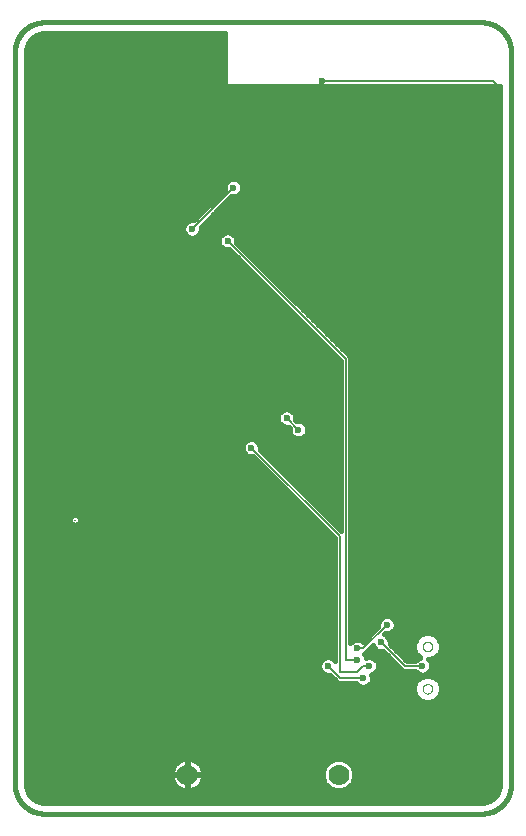
<source format=gbl>
G75*
%MOIN*%
%OFA0B0*%
%FSLAX25Y25*%
%IPPOS*%
%LPD*%
%AMOC8*
5,1,8,0,0,1.08239X$1,22.5*
%
%ADD10C,0.01600*%
%ADD11C,0.00000*%
%ADD12C,0.07000*%
%ADD13C,0.00500*%
%ADD14C,0.02362*%
D10*
X0009962Y0011537D02*
X0008808Y0013125D01*
X0008202Y0014992D01*
X0008124Y0015973D01*
X0008124Y0260068D01*
X0008202Y0261049D01*
X0008808Y0262916D01*
X0009962Y0264504D01*
X0011550Y0265658D01*
X0013417Y0266264D01*
X0014398Y0266342D01*
X0074635Y0266342D01*
X0074635Y0248650D01*
X0166342Y0248650D01*
X0166342Y0015973D01*
X0166264Y0014992D01*
X0165658Y0013125D01*
X0164504Y0011537D01*
X0162916Y0010383D01*
X0161049Y0009776D01*
X0160068Y0009699D01*
X0014398Y0009699D01*
X0013417Y0009776D01*
X0011550Y0010383D01*
X0009962Y0011537D01*
X0010802Y0010926D02*
X0163664Y0010926D01*
X0165222Y0012525D02*
X0009244Y0012525D01*
X0008484Y0014123D02*
X0060272Y0014123D01*
X0060002Y0014211D02*
X0060795Y0013953D01*
X0061619Y0013823D01*
X0061836Y0013823D01*
X0061836Y0018923D01*
X0056736Y0018923D01*
X0056736Y0018706D01*
X0056867Y0017882D01*
X0057125Y0017088D01*
X0057503Y0016345D01*
X0057994Y0015670D01*
X0058584Y0015080D01*
X0059258Y0014590D01*
X0060002Y0014211D01*
X0061836Y0014123D02*
X0062236Y0014123D01*
X0062236Y0013823D02*
X0062453Y0013823D01*
X0063277Y0013953D01*
X0064071Y0014211D01*
X0064814Y0014590D01*
X0065489Y0015080D01*
X0066079Y0015670D01*
X0066569Y0016345D01*
X0066948Y0017088D01*
X0067206Y0017882D01*
X0067336Y0018706D01*
X0067336Y0018923D01*
X0062236Y0018923D01*
X0062236Y0013823D01*
X0063800Y0014123D02*
X0110908Y0014123D01*
X0111395Y0013921D02*
X0113465Y0013921D01*
X0115376Y0014713D01*
X0116840Y0016176D01*
X0117631Y0018088D01*
X0117631Y0020157D01*
X0116840Y0022069D01*
X0115376Y0023533D01*
X0113465Y0024324D01*
X0111395Y0024324D01*
X0109483Y0023533D01*
X0108020Y0022069D01*
X0107228Y0020157D01*
X0107228Y0018088D01*
X0108020Y0016176D01*
X0109483Y0014713D01*
X0111395Y0013921D01*
X0113952Y0014123D02*
X0165982Y0014123D01*
X0166322Y0015722D02*
X0116385Y0015722D01*
X0117313Y0017320D02*
X0166342Y0017320D01*
X0166342Y0018919D02*
X0117631Y0018919D01*
X0117482Y0020517D02*
X0166342Y0020517D01*
X0166342Y0022116D02*
X0116793Y0022116D01*
X0114937Y0023714D02*
X0166342Y0023714D01*
X0166342Y0025313D02*
X0008124Y0025313D01*
X0008124Y0026911D02*
X0166342Y0026911D01*
X0166342Y0028510D02*
X0008124Y0028510D01*
X0008124Y0030108D02*
X0166342Y0030108D01*
X0166342Y0031707D02*
X0008124Y0031707D01*
X0008124Y0033305D02*
X0166342Y0033305D01*
X0166342Y0034904D02*
X0008124Y0034904D01*
X0008124Y0036502D02*
X0166342Y0036502D01*
X0166342Y0038101D02*
X0008124Y0038101D01*
X0008124Y0039699D02*
X0166342Y0039699D01*
X0166342Y0041298D02*
X0008124Y0041298D01*
X0008124Y0042896D02*
X0166342Y0042896D01*
X0166342Y0044495D02*
X0144968Y0044495D01*
X0144536Y0044063D02*
X0145758Y0045285D01*
X0146419Y0046881D01*
X0146419Y0048609D01*
X0145758Y0050205D01*
X0144536Y0051427D01*
X0142940Y0052088D01*
X0141212Y0052088D01*
X0139615Y0051427D01*
X0138394Y0050205D01*
X0137732Y0048609D01*
X0137732Y0046881D01*
X0138394Y0045285D01*
X0139615Y0044063D01*
X0141212Y0043402D01*
X0142940Y0043402D01*
X0144536Y0044063D01*
X0146093Y0046093D02*
X0166342Y0046093D01*
X0166342Y0047692D02*
X0146419Y0047692D01*
X0146137Y0049291D02*
X0166342Y0049291D01*
X0166342Y0050889D02*
X0145074Y0050889D01*
X0142826Y0053710D02*
X0143265Y0054770D01*
X0143265Y0055917D01*
X0142826Y0056976D01*
X0142228Y0057575D01*
X0142940Y0057575D01*
X0144536Y0058236D01*
X0145758Y0059458D01*
X0146419Y0061054D01*
X0146419Y0062782D01*
X0145758Y0064378D01*
X0144536Y0065600D01*
X0142940Y0066261D01*
X0141212Y0066261D01*
X0139615Y0065600D01*
X0138394Y0064378D01*
X0137732Y0062782D01*
X0137732Y0061054D01*
X0138394Y0059458D01*
X0139615Y0058236D01*
X0139724Y0058191D01*
X0138750Y0057787D01*
X0137939Y0056976D01*
X0137905Y0056893D01*
X0135119Y0056893D01*
X0129451Y0062561D01*
X0129486Y0062644D01*
X0129486Y0063791D01*
X0129047Y0064850D01*
X0128236Y0065661D01*
X0127576Y0065935D01*
X0127915Y0066275D01*
X0127998Y0066240D01*
X0129145Y0066240D01*
X0130205Y0066679D01*
X0131015Y0067490D01*
X0131454Y0068549D01*
X0131454Y0069696D01*
X0131015Y0070756D01*
X0130205Y0071567D01*
X0129145Y0072005D01*
X0127998Y0072005D01*
X0126939Y0071567D01*
X0126128Y0070756D01*
X0125689Y0069696D01*
X0125689Y0068549D01*
X0125723Y0068467D01*
X0120656Y0063399D01*
X0120362Y0063693D01*
X0119303Y0064131D01*
X0118156Y0064131D01*
X0117096Y0063693D01*
X0116342Y0062938D01*
X0116342Y0158348D01*
X0115434Y0159255D01*
X0078270Y0196419D01*
X0078305Y0196502D01*
X0078305Y0197649D01*
X0077866Y0198708D01*
X0077055Y0199519D01*
X0075995Y0199958D01*
X0074849Y0199958D01*
X0073789Y0199519D01*
X0072978Y0198708D01*
X0072539Y0197649D01*
X0072539Y0196502D01*
X0072978Y0195443D01*
X0073789Y0194632D01*
X0074849Y0194193D01*
X0075995Y0194193D01*
X0076078Y0194227D01*
X0113242Y0157063D01*
X0113242Y0100424D01*
X0086144Y0127522D01*
X0086179Y0127605D01*
X0086179Y0128751D01*
X0085740Y0129811D01*
X0084929Y0130622D01*
X0083869Y0131061D01*
X0082723Y0131061D01*
X0081663Y0130622D01*
X0080852Y0129811D01*
X0080413Y0128751D01*
X0080413Y0127605D01*
X0080852Y0126545D01*
X0081663Y0125734D01*
X0082723Y0125295D01*
X0083869Y0125295D01*
X0083952Y0125330D01*
X0111274Y0098008D01*
X0111274Y0057033D01*
X0110520Y0057787D01*
X0109460Y0058226D01*
X0108313Y0058226D01*
X0107254Y0057787D01*
X0106443Y0056976D01*
X0106004Y0055917D01*
X0106004Y0054770D01*
X0106443Y0053710D01*
X0107254Y0052899D01*
X0108313Y0052461D01*
X0109460Y0052461D01*
X0109543Y0052495D01*
X0111274Y0050764D01*
X0112182Y0049856D01*
X0118219Y0049856D01*
X0118254Y0049773D01*
X0119065Y0048962D01*
X0120124Y0048524D01*
X0121271Y0048524D01*
X0122331Y0048962D01*
X0123141Y0049773D01*
X0123580Y0050833D01*
X0123580Y0051980D01*
X0123360Y0052511D01*
X0124299Y0052899D01*
X0125110Y0053710D01*
X0125549Y0054770D01*
X0125549Y0055917D01*
X0125110Y0056976D01*
X0124299Y0057787D01*
X0123240Y0058226D01*
X0122093Y0058226D01*
X0121562Y0058006D01*
X0121173Y0058945D01*
X0120837Y0059280D01*
X0121173Y0059616D01*
X0121207Y0059699D01*
X0121340Y0059699D01*
X0122248Y0060607D01*
X0123886Y0062245D01*
X0124159Y0061584D01*
X0124970Y0060774D01*
X0126030Y0060335D01*
X0127177Y0060335D01*
X0127259Y0060369D01*
X0132927Y0054701D01*
X0133835Y0053793D01*
X0137905Y0053793D01*
X0137939Y0053710D01*
X0138750Y0052899D01*
X0139809Y0052461D01*
X0140956Y0052461D01*
X0142016Y0052899D01*
X0142826Y0053710D01*
X0142982Y0054086D02*
X0166342Y0054086D01*
X0166342Y0052488D02*
X0141021Y0052488D01*
X0139744Y0052488D02*
X0123370Y0052488D01*
X0123580Y0050889D02*
X0139077Y0050889D01*
X0138015Y0049291D02*
X0122659Y0049291D01*
X0118737Y0049291D02*
X0008124Y0049291D01*
X0008124Y0050889D02*
X0111149Y0050889D01*
X0109550Y0052488D02*
X0109525Y0052488D01*
X0108248Y0052488D02*
X0008124Y0052488D01*
X0008124Y0054086D02*
X0106287Y0054086D01*
X0106004Y0055685D02*
X0008124Y0055685D01*
X0008124Y0057283D02*
X0106750Y0057283D01*
X0111024Y0057283D02*
X0111274Y0057283D01*
X0111274Y0058882D02*
X0008124Y0058882D01*
X0008124Y0060480D02*
X0111274Y0060480D01*
X0111274Y0062079D02*
X0008124Y0062079D01*
X0008124Y0063677D02*
X0111274Y0063677D01*
X0111274Y0065276D02*
X0008124Y0065276D01*
X0008124Y0066874D02*
X0111274Y0066874D01*
X0111274Y0068473D02*
X0008124Y0068473D01*
X0008124Y0070071D02*
X0111274Y0070071D01*
X0111274Y0071670D02*
X0008124Y0071670D01*
X0008124Y0073268D02*
X0111274Y0073268D01*
X0111274Y0074867D02*
X0008124Y0074867D01*
X0008124Y0076465D02*
X0111274Y0076465D01*
X0111274Y0078064D02*
X0008124Y0078064D01*
X0008124Y0079662D02*
X0111274Y0079662D01*
X0111274Y0081261D02*
X0008124Y0081261D01*
X0008124Y0082859D02*
X0111274Y0082859D01*
X0111274Y0084458D02*
X0008124Y0084458D01*
X0008124Y0086056D02*
X0111274Y0086056D01*
X0111274Y0087655D02*
X0008124Y0087655D01*
X0008124Y0089253D02*
X0111274Y0089253D01*
X0111274Y0090852D02*
X0008124Y0090852D01*
X0008124Y0092450D02*
X0111274Y0092450D01*
X0111274Y0094049D02*
X0008124Y0094049D01*
X0008124Y0095647D02*
X0111274Y0095647D01*
X0111274Y0097246D02*
X0008124Y0097246D01*
X0008124Y0098844D02*
X0110438Y0098844D01*
X0108839Y0100443D02*
X0008124Y0100443D01*
X0008124Y0102041D02*
X0107241Y0102041D01*
X0105642Y0103640D02*
X0026096Y0103640D01*
X0026312Y0104162D02*
X0025821Y0102976D01*
X0024481Y0102421D01*
X0023295Y0102912D01*
X0022804Y0104099D01*
X0023295Y0105285D01*
X0024635Y0105840D01*
X0025821Y0105348D01*
X0026312Y0104162D01*
X0025867Y0105238D02*
X0104044Y0105238D01*
X0102445Y0106837D02*
X0008124Y0106837D01*
X0008124Y0108435D02*
X0100847Y0108435D01*
X0099248Y0110034D02*
X0008124Y0110034D01*
X0008124Y0111632D02*
X0097650Y0111632D01*
X0096051Y0113231D02*
X0008124Y0113231D01*
X0008124Y0114829D02*
X0094452Y0114829D01*
X0092854Y0116428D02*
X0008124Y0116428D01*
X0008124Y0118027D02*
X0091255Y0118027D01*
X0089657Y0119625D02*
X0008124Y0119625D01*
X0008124Y0121224D02*
X0088058Y0121224D01*
X0086460Y0122822D02*
X0008124Y0122822D01*
X0008124Y0124421D02*
X0084861Y0124421D01*
X0086179Y0127618D02*
X0113242Y0127618D01*
X0113242Y0129216D02*
X0085986Y0129216D01*
X0084463Y0130815D02*
X0113242Y0130815D01*
X0113242Y0132413D02*
X0101450Y0132413D01*
X0101488Y0132451D02*
X0101927Y0133510D01*
X0101927Y0134657D01*
X0101488Y0135716D01*
X0100677Y0136527D01*
X0099617Y0136966D01*
X0098471Y0136966D01*
X0098388Y0136932D01*
X0097955Y0137364D01*
X0097990Y0137447D01*
X0097990Y0138594D01*
X0097551Y0139653D01*
X0096740Y0140464D01*
X0095680Y0140903D01*
X0094534Y0140903D01*
X0093474Y0140464D01*
X0092663Y0139653D01*
X0092224Y0138594D01*
X0092224Y0137447D01*
X0092663Y0136388D01*
X0093474Y0135577D01*
X0094534Y0135138D01*
X0095680Y0135138D01*
X0095763Y0135172D01*
X0096196Y0134740D01*
X0096161Y0134657D01*
X0096161Y0133510D01*
X0096600Y0132451D01*
X0097411Y0131640D01*
X0098471Y0131201D01*
X0099617Y0131201D01*
X0100677Y0131640D01*
X0101488Y0132451D01*
X0101927Y0134012D02*
X0113242Y0134012D01*
X0113242Y0135610D02*
X0101532Y0135610D01*
X0098111Y0137209D02*
X0113242Y0137209D01*
X0113242Y0138807D02*
X0097901Y0138807D01*
X0096799Y0140406D02*
X0113242Y0140406D01*
X0113242Y0142004D02*
X0008124Y0142004D01*
X0008124Y0140406D02*
X0093416Y0140406D01*
X0092313Y0138807D02*
X0008124Y0138807D01*
X0008124Y0137209D02*
X0092323Y0137209D01*
X0093441Y0135610D02*
X0008124Y0135610D01*
X0008124Y0134012D02*
X0096161Y0134012D01*
X0096638Y0132413D02*
X0008124Y0132413D01*
X0008124Y0130815D02*
X0082129Y0130815D01*
X0080606Y0129216D02*
X0008124Y0129216D01*
X0008124Y0127618D02*
X0080413Y0127618D01*
X0081378Y0126019D02*
X0008124Y0126019D01*
X0008124Y0143603D02*
X0113242Y0143603D01*
X0113242Y0145201D02*
X0008124Y0145201D01*
X0008124Y0146800D02*
X0113242Y0146800D01*
X0113242Y0148398D02*
X0008124Y0148398D01*
X0008124Y0149997D02*
X0113242Y0149997D01*
X0113242Y0151595D02*
X0008124Y0151595D01*
X0008124Y0153194D02*
X0113242Y0153194D01*
X0113242Y0154792D02*
X0008124Y0154792D01*
X0008124Y0156391D02*
X0113242Y0156391D01*
X0112316Y0157989D02*
X0008124Y0157989D01*
X0008124Y0159588D02*
X0110718Y0159588D01*
X0109119Y0161186D02*
X0008124Y0161186D01*
X0008124Y0162785D02*
X0107521Y0162785D01*
X0105922Y0164383D02*
X0008124Y0164383D01*
X0008124Y0165982D02*
X0104324Y0165982D01*
X0102725Y0167580D02*
X0008124Y0167580D01*
X0008124Y0169179D02*
X0101127Y0169179D01*
X0099528Y0170777D02*
X0008124Y0170777D01*
X0008124Y0172376D02*
X0097930Y0172376D01*
X0096331Y0173974D02*
X0008124Y0173974D01*
X0008124Y0175573D02*
X0094733Y0175573D01*
X0093134Y0177171D02*
X0008124Y0177171D01*
X0008124Y0178770D02*
X0091536Y0178770D01*
X0089937Y0180368D02*
X0008124Y0180368D01*
X0008124Y0181967D02*
X0088339Y0181967D01*
X0086740Y0183565D02*
X0008124Y0183565D01*
X0008124Y0185164D02*
X0085142Y0185164D01*
X0083543Y0186762D02*
X0008124Y0186762D01*
X0008124Y0188361D02*
X0081945Y0188361D01*
X0080346Y0189960D02*
X0008124Y0189960D01*
X0008124Y0191558D02*
X0078748Y0191558D01*
X0077149Y0193157D02*
X0008124Y0193157D01*
X0008124Y0194755D02*
X0073666Y0194755D01*
X0072601Y0196354D02*
X0008124Y0196354D01*
X0008124Y0197952D02*
X0072665Y0197952D01*
X0073864Y0199551D02*
X0066126Y0199551D01*
X0066055Y0199380D02*
X0066494Y0200439D01*
X0066494Y0201586D01*
X0066459Y0201669D01*
X0076734Y0211944D01*
X0076817Y0211909D01*
X0077964Y0211909D01*
X0079023Y0212348D01*
X0079834Y0213159D01*
X0080273Y0214219D01*
X0080273Y0215366D01*
X0079834Y0216425D01*
X0079023Y0217236D01*
X0077964Y0217675D01*
X0076817Y0217675D01*
X0075758Y0217236D01*
X0074947Y0216425D01*
X0074508Y0215366D01*
X0074508Y0214219D01*
X0074542Y0214136D01*
X0064267Y0203861D01*
X0064184Y0203895D01*
X0063038Y0203895D01*
X0061978Y0203456D01*
X0061167Y0202645D01*
X0060728Y0201586D01*
X0060728Y0200439D01*
X0061167Y0199380D01*
X0061978Y0198569D01*
X0063038Y0198130D01*
X0064184Y0198130D01*
X0065244Y0198569D01*
X0066055Y0199380D01*
X0066494Y0201149D02*
X0166342Y0201149D01*
X0166342Y0199551D02*
X0076980Y0199551D01*
X0078179Y0197952D02*
X0166342Y0197952D01*
X0166342Y0196354D02*
X0078336Y0196354D01*
X0079935Y0194755D02*
X0166342Y0194755D01*
X0166342Y0193157D02*
X0081533Y0193157D01*
X0083132Y0191558D02*
X0166342Y0191558D01*
X0166342Y0189960D02*
X0084730Y0189960D01*
X0086329Y0188361D02*
X0166342Y0188361D01*
X0166342Y0186762D02*
X0087927Y0186762D01*
X0089526Y0185164D02*
X0166342Y0185164D01*
X0166342Y0183565D02*
X0091124Y0183565D01*
X0092723Y0181967D02*
X0166342Y0181967D01*
X0166342Y0180368D02*
X0094321Y0180368D01*
X0095920Y0178770D02*
X0166342Y0178770D01*
X0166342Y0177171D02*
X0097518Y0177171D01*
X0099117Y0175573D02*
X0166342Y0175573D01*
X0166342Y0173974D02*
X0100715Y0173974D01*
X0102314Y0172376D02*
X0166342Y0172376D01*
X0166342Y0170777D02*
X0103912Y0170777D01*
X0105511Y0169179D02*
X0166342Y0169179D01*
X0166342Y0167580D02*
X0107109Y0167580D01*
X0108708Y0165982D02*
X0166342Y0165982D01*
X0166342Y0164383D02*
X0110306Y0164383D01*
X0111905Y0162785D02*
X0166342Y0162785D01*
X0166342Y0161186D02*
X0113503Y0161186D01*
X0115102Y0159588D02*
X0166342Y0159588D01*
X0166342Y0157989D02*
X0116342Y0157989D01*
X0116342Y0156391D02*
X0166342Y0156391D01*
X0166342Y0154792D02*
X0116342Y0154792D01*
X0116342Y0153194D02*
X0166342Y0153194D01*
X0166342Y0151595D02*
X0116342Y0151595D01*
X0116342Y0149997D02*
X0166342Y0149997D01*
X0166342Y0148398D02*
X0116342Y0148398D01*
X0116342Y0146800D02*
X0166342Y0146800D01*
X0166342Y0145201D02*
X0116342Y0145201D01*
X0116342Y0143603D02*
X0166342Y0143603D01*
X0166342Y0142004D02*
X0116342Y0142004D01*
X0116342Y0140406D02*
X0166342Y0140406D01*
X0166342Y0138807D02*
X0116342Y0138807D01*
X0116342Y0137209D02*
X0166342Y0137209D01*
X0166342Y0135610D02*
X0116342Y0135610D01*
X0116342Y0134012D02*
X0166342Y0134012D01*
X0166342Y0132413D02*
X0116342Y0132413D01*
X0116342Y0130815D02*
X0166342Y0130815D01*
X0166342Y0129216D02*
X0116342Y0129216D01*
X0116342Y0127618D02*
X0166342Y0127618D01*
X0166342Y0126019D02*
X0116342Y0126019D01*
X0116342Y0124421D02*
X0166342Y0124421D01*
X0166342Y0122822D02*
X0116342Y0122822D01*
X0116342Y0121224D02*
X0166342Y0121224D01*
X0166342Y0119625D02*
X0116342Y0119625D01*
X0116342Y0118027D02*
X0166342Y0118027D01*
X0166342Y0116428D02*
X0116342Y0116428D01*
X0116342Y0114829D02*
X0166342Y0114829D01*
X0166342Y0113231D02*
X0116342Y0113231D01*
X0116342Y0111632D02*
X0166342Y0111632D01*
X0166342Y0110034D02*
X0116342Y0110034D01*
X0116342Y0108435D02*
X0166342Y0108435D01*
X0166342Y0106837D02*
X0116342Y0106837D01*
X0116342Y0105238D02*
X0166342Y0105238D01*
X0166342Y0103640D02*
X0116342Y0103640D01*
X0116342Y0102041D02*
X0166342Y0102041D01*
X0166342Y0100443D02*
X0116342Y0100443D01*
X0116342Y0098844D02*
X0166342Y0098844D01*
X0166342Y0097246D02*
X0116342Y0097246D01*
X0116342Y0095647D02*
X0166342Y0095647D01*
X0166342Y0094049D02*
X0116342Y0094049D01*
X0116342Y0092450D02*
X0166342Y0092450D01*
X0166342Y0090852D02*
X0116342Y0090852D01*
X0116342Y0089253D02*
X0166342Y0089253D01*
X0166342Y0087655D02*
X0116342Y0087655D01*
X0116342Y0086056D02*
X0166342Y0086056D01*
X0166342Y0084458D02*
X0116342Y0084458D01*
X0116342Y0082859D02*
X0166342Y0082859D01*
X0166342Y0081261D02*
X0116342Y0081261D01*
X0116342Y0079662D02*
X0166342Y0079662D01*
X0166342Y0078064D02*
X0116342Y0078064D01*
X0116342Y0076465D02*
X0166342Y0076465D01*
X0166342Y0074867D02*
X0116342Y0074867D01*
X0116342Y0073268D02*
X0166342Y0073268D01*
X0166342Y0071670D02*
X0129956Y0071670D01*
X0131299Y0070071D02*
X0166342Y0070071D01*
X0166342Y0068473D02*
X0131423Y0068473D01*
X0130400Y0066874D02*
X0166342Y0066874D01*
X0166342Y0065276D02*
X0144860Y0065276D01*
X0146048Y0063677D02*
X0166342Y0063677D01*
X0166342Y0062079D02*
X0146419Y0062079D01*
X0146181Y0060480D02*
X0166342Y0060480D01*
X0166342Y0058882D02*
X0145181Y0058882D01*
X0142520Y0057283D02*
X0166342Y0057283D01*
X0166342Y0055685D02*
X0143265Y0055685D01*
X0138970Y0058882D02*
X0133131Y0058882D01*
X0131532Y0060480D02*
X0137970Y0060480D01*
X0137732Y0062079D02*
X0129934Y0062079D01*
X0129486Y0063677D02*
X0138103Y0063677D01*
X0139291Y0065276D02*
X0128622Y0065276D01*
X0125721Y0068473D02*
X0116342Y0068473D01*
X0116342Y0070071D02*
X0125844Y0070071D01*
X0127187Y0071670D02*
X0116342Y0071670D01*
X0116342Y0066874D02*
X0124131Y0066874D01*
X0122532Y0065276D02*
X0116342Y0065276D01*
X0116342Y0063677D02*
X0117081Y0063677D01*
X0120378Y0063677D02*
X0120934Y0063677D01*
X0123719Y0062079D02*
X0123955Y0062079D01*
X0125679Y0060480D02*
X0122121Y0060480D01*
X0121199Y0058882D02*
X0128747Y0058882D01*
X0130345Y0057283D02*
X0124803Y0057283D01*
X0125549Y0055685D02*
X0131944Y0055685D01*
X0133542Y0054086D02*
X0125266Y0054086D01*
X0134729Y0057283D02*
X0138246Y0057283D01*
X0137732Y0047692D02*
X0008124Y0047692D01*
X0008124Y0046093D02*
X0138058Y0046093D01*
X0139183Y0044495D02*
X0008124Y0044495D01*
X0008124Y0023714D02*
X0059373Y0023714D01*
X0059258Y0023656D02*
X0058584Y0023165D01*
X0057994Y0022576D01*
X0057503Y0021901D01*
X0057125Y0021157D01*
X0056867Y0020364D01*
X0056736Y0019540D01*
X0056736Y0019323D01*
X0061836Y0019323D01*
X0061836Y0018923D01*
X0062236Y0018923D01*
X0062236Y0019323D01*
X0061836Y0019323D01*
X0061836Y0024423D01*
X0061619Y0024423D01*
X0060795Y0024292D01*
X0060002Y0024035D01*
X0059258Y0023656D01*
X0057660Y0022116D02*
X0008124Y0022116D01*
X0008124Y0020517D02*
X0056917Y0020517D01*
X0056736Y0018919D02*
X0008124Y0018919D01*
X0008124Y0017320D02*
X0057049Y0017320D01*
X0057956Y0015722D02*
X0008144Y0015722D01*
X0004556Y0015973D02*
X0004556Y0260068D01*
X0008142Y0260294D02*
X0074635Y0260294D01*
X0074635Y0258695D02*
X0008124Y0258695D01*
X0008124Y0257097D02*
X0074635Y0257097D01*
X0074635Y0255498D02*
X0008124Y0255498D01*
X0008124Y0253900D02*
X0074635Y0253900D01*
X0074635Y0252301D02*
X0008124Y0252301D01*
X0008124Y0250703D02*
X0074635Y0250703D01*
X0074635Y0249104D02*
X0008124Y0249104D01*
X0008124Y0247506D02*
X0166342Y0247506D01*
X0166342Y0245907D02*
X0008124Y0245907D01*
X0008124Y0244309D02*
X0166342Y0244309D01*
X0166342Y0242710D02*
X0008124Y0242710D01*
X0008124Y0241112D02*
X0166342Y0241112D01*
X0166342Y0239513D02*
X0008124Y0239513D01*
X0008124Y0237915D02*
X0166342Y0237915D01*
X0166342Y0236316D02*
X0008124Y0236316D01*
X0008124Y0234718D02*
X0166342Y0234718D01*
X0166342Y0233119D02*
X0008124Y0233119D01*
X0008124Y0231521D02*
X0166342Y0231521D01*
X0166342Y0229922D02*
X0008124Y0229922D01*
X0008124Y0228324D02*
X0166342Y0228324D01*
X0166342Y0226725D02*
X0008124Y0226725D01*
X0008124Y0225127D02*
X0166342Y0225127D01*
X0166342Y0223528D02*
X0008124Y0223528D01*
X0008124Y0221930D02*
X0166342Y0221930D01*
X0166342Y0220331D02*
X0008124Y0220331D01*
X0008124Y0218733D02*
X0166342Y0218733D01*
X0166342Y0217134D02*
X0079125Y0217134D01*
X0080203Y0215536D02*
X0166342Y0215536D01*
X0166342Y0213937D02*
X0080157Y0213937D01*
X0079000Y0212339D02*
X0166342Y0212339D01*
X0166342Y0210740D02*
X0075531Y0210740D01*
X0073932Y0209142D02*
X0166342Y0209142D01*
X0166342Y0207543D02*
X0072334Y0207543D01*
X0070735Y0205945D02*
X0166342Y0205945D01*
X0166342Y0204346D02*
X0069137Y0204346D01*
X0067538Y0202748D02*
X0166342Y0202748D01*
X0169910Y0260068D02*
X0169910Y0015973D01*
X0169911Y0015973D02*
X0169908Y0015735D01*
X0169900Y0015497D01*
X0169885Y0015260D01*
X0169865Y0015023D01*
X0169839Y0014787D01*
X0169808Y0014551D01*
X0169771Y0014316D01*
X0169728Y0014082D01*
X0169679Y0013849D01*
X0169625Y0013617D01*
X0169565Y0013387D01*
X0169500Y0013158D01*
X0169429Y0012931D01*
X0169353Y0012706D01*
X0169271Y0012483D01*
X0169184Y0012261D01*
X0169092Y0012042D01*
X0168994Y0011825D01*
X0168892Y0011611D01*
X0168784Y0011399D01*
X0168670Y0011189D01*
X0168552Y0010983D01*
X0168429Y0010779D01*
X0168301Y0010579D01*
X0168169Y0010382D01*
X0168031Y0010187D01*
X0167889Y0009997D01*
X0167742Y0009809D01*
X0167591Y0009626D01*
X0167436Y0009446D01*
X0167276Y0009270D01*
X0167112Y0009098D01*
X0166943Y0008929D01*
X0166771Y0008765D01*
X0166595Y0008605D01*
X0166415Y0008450D01*
X0166232Y0008299D01*
X0166044Y0008152D01*
X0165854Y0008010D01*
X0165659Y0007872D01*
X0165462Y0007740D01*
X0165262Y0007612D01*
X0165058Y0007489D01*
X0164852Y0007371D01*
X0164642Y0007257D01*
X0164430Y0007149D01*
X0164216Y0007047D01*
X0163999Y0006949D01*
X0163780Y0006857D01*
X0163558Y0006770D01*
X0163335Y0006688D01*
X0163110Y0006612D01*
X0162883Y0006541D01*
X0162654Y0006476D01*
X0162424Y0006416D01*
X0162192Y0006362D01*
X0161959Y0006313D01*
X0161725Y0006270D01*
X0161490Y0006233D01*
X0161254Y0006202D01*
X0161018Y0006176D01*
X0160781Y0006156D01*
X0160544Y0006141D01*
X0160306Y0006133D01*
X0160068Y0006130D01*
X0160068Y0006131D02*
X0014398Y0006131D01*
X0014398Y0006130D02*
X0014160Y0006133D01*
X0013922Y0006141D01*
X0013685Y0006156D01*
X0013448Y0006176D01*
X0013212Y0006202D01*
X0012976Y0006233D01*
X0012741Y0006270D01*
X0012507Y0006313D01*
X0012274Y0006362D01*
X0012042Y0006416D01*
X0011812Y0006476D01*
X0011583Y0006541D01*
X0011356Y0006612D01*
X0011131Y0006688D01*
X0010908Y0006770D01*
X0010686Y0006857D01*
X0010467Y0006949D01*
X0010250Y0007047D01*
X0010036Y0007149D01*
X0009824Y0007257D01*
X0009614Y0007371D01*
X0009408Y0007489D01*
X0009204Y0007612D01*
X0009004Y0007740D01*
X0008807Y0007872D01*
X0008612Y0008010D01*
X0008422Y0008152D01*
X0008234Y0008299D01*
X0008051Y0008450D01*
X0007871Y0008605D01*
X0007695Y0008765D01*
X0007523Y0008929D01*
X0007354Y0009098D01*
X0007190Y0009270D01*
X0007030Y0009446D01*
X0006875Y0009626D01*
X0006724Y0009809D01*
X0006577Y0009997D01*
X0006435Y0010187D01*
X0006297Y0010382D01*
X0006165Y0010579D01*
X0006037Y0010779D01*
X0005914Y0010983D01*
X0005796Y0011189D01*
X0005682Y0011399D01*
X0005574Y0011611D01*
X0005472Y0011825D01*
X0005374Y0012042D01*
X0005282Y0012261D01*
X0005195Y0012483D01*
X0005113Y0012706D01*
X0005037Y0012931D01*
X0004966Y0013158D01*
X0004901Y0013387D01*
X0004841Y0013617D01*
X0004787Y0013849D01*
X0004738Y0014082D01*
X0004695Y0014316D01*
X0004658Y0014551D01*
X0004627Y0014787D01*
X0004601Y0015023D01*
X0004581Y0015260D01*
X0004566Y0015497D01*
X0004558Y0015735D01*
X0004555Y0015973D01*
X0008124Y0103640D02*
X0022994Y0103640D01*
X0023276Y0105238D02*
X0008124Y0105238D01*
X0062236Y0024423D02*
X0062236Y0019323D01*
X0067336Y0019323D01*
X0067336Y0019540D01*
X0067206Y0020364D01*
X0066948Y0021157D01*
X0066569Y0021901D01*
X0066079Y0022576D01*
X0065489Y0023165D01*
X0064814Y0023656D01*
X0064071Y0024035D01*
X0063277Y0024292D01*
X0062453Y0024423D01*
X0062236Y0024423D01*
X0062236Y0023714D02*
X0061836Y0023714D01*
X0061836Y0022116D02*
X0062236Y0022116D01*
X0062236Y0020517D02*
X0061836Y0020517D01*
X0061836Y0018919D02*
X0062236Y0018919D01*
X0062236Y0017320D02*
X0061836Y0017320D01*
X0061836Y0015722D02*
X0062236Y0015722D01*
X0066116Y0015722D02*
X0108475Y0015722D01*
X0107546Y0017320D02*
X0067023Y0017320D01*
X0067336Y0018919D02*
X0107228Y0018919D01*
X0107377Y0020517D02*
X0067156Y0020517D01*
X0066413Y0022116D02*
X0108067Y0022116D01*
X0109922Y0023714D02*
X0064699Y0023714D01*
X0113223Y0100443D02*
X0113242Y0100443D01*
X0113242Y0102041D02*
X0111625Y0102041D01*
X0110026Y0103640D02*
X0113242Y0103640D01*
X0113242Y0105238D02*
X0108428Y0105238D01*
X0106829Y0106837D02*
X0113242Y0106837D01*
X0113242Y0108435D02*
X0105231Y0108435D01*
X0103632Y0110034D02*
X0113242Y0110034D01*
X0113242Y0111632D02*
X0102034Y0111632D01*
X0100435Y0113231D02*
X0113242Y0113231D01*
X0113242Y0114829D02*
X0098837Y0114829D01*
X0097238Y0116428D02*
X0113242Y0116428D01*
X0113242Y0118027D02*
X0095640Y0118027D01*
X0094041Y0119625D02*
X0113242Y0119625D01*
X0113242Y0121224D02*
X0092443Y0121224D01*
X0090844Y0122822D02*
X0113242Y0122822D01*
X0113242Y0124421D02*
X0089245Y0124421D01*
X0087647Y0126019D02*
X0113242Y0126019D01*
X0064753Y0204346D02*
X0008124Y0204346D01*
X0008124Y0202748D02*
X0061269Y0202748D01*
X0060728Y0201149D02*
X0008124Y0201149D01*
X0008124Y0199551D02*
X0061096Y0199551D01*
X0066351Y0205945D02*
X0008124Y0205945D01*
X0008124Y0207543D02*
X0067950Y0207543D01*
X0069548Y0209142D02*
X0008124Y0209142D01*
X0008124Y0210740D02*
X0071147Y0210740D01*
X0072745Y0212339D02*
X0008124Y0212339D01*
X0008124Y0213937D02*
X0074344Y0213937D01*
X0074578Y0215536D02*
X0008124Y0215536D01*
X0008124Y0217134D02*
X0075656Y0217134D01*
X0074635Y0261893D02*
X0008476Y0261893D01*
X0009226Y0263491D02*
X0074635Y0263491D01*
X0074635Y0265090D02*
X0010768Y0265090D01*
X0014398Y0269910D02*
X0160068Y0269910D01*
X0160068Y0269911D02*
X0160306Y0269908D01*
X0160544Y0269900D01*
X0160781Y0269885D01*
X0161018Y0269865D01*
X0161254Y0269839D01*
X0161490Y0269808D01*
X0161725Y0269771D01*
X0161959Y0269728D01*
X0162192Y0269679D01*
X0162424Y0269625D01*
X0162654Y0269565D01*
X0162883Y0269500D01*
X0163110Y0269429D01*
X0163335Y0269353D01*
X0163558Y0269271D01*
X0163780Y0269184D01*
X0163999Y0269092D01*
X0164216Y0268994D01*
X0164430Y0268892D01*
X0164642Y0268784D01*
X0164852Y0268670D01*
X0165058Y0268552D01*
X0165262Y0268429D01*
X0165462Y0268301D01*
X0165659Y0268169D01*
X0165854Y0268031D01*
X0166044Y0267889D01*
X0166232Y0267742D01*
X0166415Y0267591D01*
X0166595Y0267436D01*
X0166771Y0267276D01*
X0166943Y0267112D01*
X0167112Y0266943D01*
X0167276Y0266771D01*
X0167436Y0266595D01*
X0167591Y0266415D01*
X0167742Y0266232D01*
X0167889Y0266044D01*
X0168031Y0265854D01*
X0168169Y0265659D01*
X0168301Y0265462D01*
X0168429Y0265262D01*
X0168552Y0265058D01*
X0168670Y0264852D01*
X0168784Y0264642D01*
X0168892Y0264430D01*
X0168994Y0264216D01*
X0169092Y0263999D01*
X0169184Y0263780D01*
X0169271Y0263558D01*
X0169353Y0263335D01*
X0169429Y0263110D01*
X0169500Y0262883D01*
X0169565Y0262654D01*
X0169625Y0262424D01*
X0169679Y0262192D01*
X0169728Y0261959D01*
X0169771Y0261725D01*
X0169808Y0261490D01*
X0169839Y0261254D01*
X0169865Y0261018D01*
X0169885Y0260781D01*
X0169900Y0260544D01*
X0169908Y0260306D01*
X0169911Y0260068D01*
X0014398Y0269911D02*
X0014160Y0269908D01*
X0013922Y0269900D01*
X0013685Y0269885D01*
X0013448Y0269865D01*
X0013212Y0269839D01*
X0012976Y0269808D01*
X0012741Y0269771D01*
X0012507Y0269728D01*
X0012274Y0269679D01*
X0012042Y0269625D01*
X0011812Y0269565D01*
X0011583Y0269500D01*
X0011356Y0269429D01*
X0011131Y0269353D01*
X0010908Y0269271D01*
X0010686Y0269184D01*
X0010467Y0269092D01*
X0010250Y0268994D01*
X0010036Y0268892D01*
X0009824Y0268784D01*
X0009614Y0268670D01*
X0009408Y0268552D01*
X0009204Y0268429D01*
X0009004Y0268301D01*
X0008807Y0268169D01*
X0008612Y0268031D01*
X0008422Y0267889D01*
X0008234Y0267742D01*
X0008051Y0267591D01*
X0007871Y0267436D01*
X0007695Y0267276D01*
X0007523Y0267112D01*
X0007354Y0266943D01*
X0007190Y0266771D01*
X0007030Y0266595D01*
X0006875Y0266415D01*
X0006724Y0266232D01*
X0006577Y0266044D01*
X0006435Y0265854D01*
X0006297Y0265659D01*
X0006165Y0265462D01*
X0006037Y0265262D01*
X0005914Y0265058D01*
X0005796Y0264852D01*
X0005682Y0264642D01*
X0005574Y0264430D01*
X0005472Y0264216D01*
X0005374Y0263999D01*
X0005282Y0263780D01*
X0005195Y0263558D01*
X0005113Y0263335D01*
X0005037Y0263110D01*
X0004966Y0262883D01*
X0004901Y0262654D01*
X0004841Y0262424D01*
X0004787Y0262192D01*
X0004738Y0261959D01*
X0004695Y0261725D01*
X0004658Y0261490D01*
X0004627Y0261254D01*
X0004601Y0261018D01*
X0004581Y0260781D01*
X0004566Y0260544D01*
X0004558Y0260306D01*
X0004555Y0260068D01*
D11*
X0140501Y0061918D02*
X0140503Y0061997D01*
X0140509Y0062076D01*
X0140519Y0062155D01*
X0140533Y0062233D01*
X0140550Y0062310D01*
X0140572Y0062386D01*
X0140597Y0062461D01*
X0140627Y0062534D01*
X0140659Y0062606D01*
X0140696Y0062677D01*
X0140736Y0062745D01*
X0140779Y0062811D01*
X0140825Y0062875D01*
X0140875Y0062937D01*
X0140928Y0062996D01*
X0140983Y0063052D01*
X0141042Y0063106D01*
X0141103Y0063156D01*
X0141166Y0063204D01*
X0141232Y0063248D01*
X0141300Y0063289D01*
X0141370Y0063326D01*
X0141441Y0063360D01*
X0141515Y0063390D01*
X0141589Y0063416D01*
X0141665Y0063438D01*
X0141742Y0063457D01*
X0141820Y0063472D01*
X0141898Y0063483D01*
X0141977Y0063490D01*
X0142056Y0063493D01*
X0142135Y0063492D01*
X0142214Y0063487D01*
X0142293Y0063478D01*
X0142371Y0063465D01*
X0142448Y0063448D01*
X0142525Y0063428D01*
X0142600Y0063403D01*
X0142674Y0063375D01*
X0142747Y0063343D01*
X0142817Y0063308D01*
X0142886Y0063269D01*
X0142953Y0063226D01*
X0143018Y0063180D01*
X0143080Y0063132D01*
X0143140Y0063080D01*
X0143197Y0063025D01*
X0143251Y0062967D01*
X0143302Y0062907D01*
X0143350Y0062844D01*
X0143395Y0062779D01*
X0143437Y0062711D01*
X0143475Y0062642D01*
X0143509Y0062571D01*
X0143540Y0062498D01*
X0143568Y0062423D01*
X0143591Y0062348D01*
X0143611Y0062271D01*
X0143627Y0062194D01*
X0143639Y0062115D01*
X0143647Y0062037D01*
X0143651Y0061958D01*
X0143651Y0061878D01*
X0143647Y0061799D01*
X0143639Y0061721D01*
X0143627Y0061642D01*
X0143611Y0061565D01*
X0143591Y0061488D01*
X0143568Y0061413D01*
X0143540Y0061338D01*
X0143509Y0061265D01*
X0143475Y0061194D01*
X0143437Y0061125D01*
X0143395Y0061057D01*
X0143350Y0060992D01*
X0143302Y0060929D01*
X0143251Y0060869D01*
X0143197Y0060811D01*
X0143140Y0060756D01*
X0143080Y0060704D01*
X0143018Y0060656D01*
X0142953Y0060610D01*
X0142886Y0060567D01*
X0142817Y0060528D01*
X0142747Y0060493D01*
X0142674Y0060461D01*
X0142600Y0060433D01*
X0142525Y0060408D01*
X0142448Y0060388D01*
X0142371Y0060371D01*
X0142293Y0060358D01*
X0142214Y0060349D01*
X0142135Y0060344D01*
X0142056Y0060343D01*
X0141977Y0060346D01*
X0141898Y0060353D01*
X0141820Y0060364D01*
X0141742Y0060379D01*
X0141665Y0060398D01*
X0141589Y0060420D01*
X0141515Y0060446D01*
X0141441Y0060476D01*
X0141370Y0060510D01*
X0141300Y0060547D01*
X0141232Y0060588D01*
X0141166Y0060632D01*
X0141103Y0060680D01*
X0141042Y0060730D01*
X0140983Y0060784D01*
X0140928Y0060840D01*
X0140875Y0060899D01*
X0140825Y0060961D01*
X0140779Y0061025D01*
X0140736Y0061091D01*
X0140696Y0061159D01*
X0140659Y0061230D01*
X0140627Y0061302D01*
X0140597Y0061375D01*
X0140572Y0061450D01*
X0140550Y0061526D01*
X0140533Y0061603D01*
X0140519Y0061681D01*
X0140509Y0061760D01*
X0140503Y0061839D01*
X0140501Y0061918D01*
X0140501Y0047745D02*
X0140503Y0047824D01*
X0140509Y0047903D01*
X0140519Y0047982D01*
X0140533Y0048060D01*
X0140550Y0048137D01*
X0140572Y0048213D01*
X0140597Y0048288D01*
X0140627Y0048361D01*
X0140659Y0048433D01*
X0140696Y0048504D01*
X0140736Y0048572D01*
X0140779Y0048638D01*
X0140825Y0048702D01*
X0140875Y0048764D01*
X0140928Y0048823D01*
X0140983Y0048879D01*
X0141042Y0048933D01*
X0141103Y0048983D01*
X0141166Y0049031D01*
X0141232Y0049075D01*
X0141300Y0049116D01*
X0141370Y0049153D01*
X0141441Y0049187D01*
X0141515Y0049217D01*
X0141589Y0049243D01*
X0141665Y0049265D01*
X0141742Y0049284D01*
X0141820Y0049299D01*
X0141898Y0049310D01*
X0141977Y0049317D01*
X0142056Y0049320D01*
X0142135Y0049319D01*
X0142214Y0049314D01*
X0142293Y0049305D01*
X0142371Y0049292D01*
X0142448Y0049275D01*
X0142525Y0049255D01*
X0142600Y0049230D01*
X0142674Y0049202D01*
X0142747Y0049170D01*
X0142817Y0049135D01*
X0142886Y0049096D01*
X0142953Y0049053D01*
X0143018Y0049007D01*
X0143080Y0048959D01*
X0143140Y0048907D01*
X0143197Y0048852D01*
X0143251Y0048794D01*
X0143302Y0048734D01*
X0143350Y0048671D01*
X0143395Y0048606D01*
X0143437Y0048538D01*
X0143475Y0048469D01*
X0143509Y0048398D01*
X0143540Y0048325D01*
X0143568Y0048250D01*
X0143591Y0048175D01*
X0143611Y0048098D01*
X0143627Y0048021D01*
X0143639Y0047942D01*
X0143647Y0047864D01*
X0143651Y0047785D01*
X0143651Y0047705D01*
X0143647Y0047626D01*
X0143639Y0047548D01*
X0143627Y0047469D01*
X0143611Y0047392D01*
X0143591Y0047315D01*
X0143568Y0047240D01*
X0143540Y0047165D01*
X0143509Y0047092D01*
X0143475Y0047021D01*
X0143437Y0046952D01*
X0143395Y0046884D01*
X0143350Y0046819D01*
X0143302Y0046756D01*
X0143251Y0046696D01*
X0143197Y0046638D01*
X0143140Y0046583D01*
X0143080Y0046531D01*
X0143018Y0046483D01*
X0142953Y0046437D01*
X0142886Y0046394D01*
X0142817Y0046355D01*
X0142747Y0046320D01*
X0142674Y0046288D01*
X0142600Y0046260D01*
X0142525Y0046235D01*
X0142448Y0046215D01*
X0142371Y0046198D01*
X0142293Y0046185D01*
X0142214Y0046176D01*
X0142135Y0046171D01*
X0142056Y0046170D01*
X0141977Y0046173D01*
X0141898Y0046180D01*
X0141820Y0046191D01*
X0141742Y0046206D01*
X0141665Y0046225D01*
X0141589Y0046247D01*
X0141515Y0046273D01*
X0141441Y0046303D01*
X0141370Y0046337D01*
X0141300Y0046374D01*
X0141232Y0046415D01*
X0141166Y0046459D01*
X0141103Y0046507D01*
X0141042Y0046557D01*
X0140983Y0046611D01*
X0140928Y0046667D01*
X0140875Y0046726D01*
X0140825Y0046788D01*
X0140779Y0046852D01*
X0140736Y0046918D01*
X0140696Y0046986D01*
X0140659Y0047057D01*
X0140627Y0047129D01*
X0140597Y0047202D01*
X0140572Y0047277D01*
X0140550Y0047353D01*
X0140533Y0047430D01*
X0140519Y0047508D01*
X0140509Y0047587D01*
X0140503Y0047666D01*
X0140501Y0047745D01*
D12*
X0112430Y0019123D03*
X0062036Y0019123D03*
D13*
X0108887Y0055343D02*
X0112824Y0051406D01*
X0120698Y0051406D01*
X0118729Y0053375D02*
X0120698Y0055343D01*
X0122666Y0055343D01*
X0118729Y0053375D02*
X0112824Y0053375D01*
X0112824Y0098650D01*
X0083296Y0128178D01*
X0095107Y0138020D02*
X0099044Y0134083D01*
X0114792Y0157706D02*
X0114792Y0057312D01*
X0118729Y0057312D01*
X0118729Y0061249D02*
X0120698Y0061249D01*
X0128572Y0069123D01*
X0126603Y0063217D02*
X0134477Y0055343D01*
X0140383Y0055343D01*
X0114792Y0157706D02*
X0075422Y0197076D01*
X0063611Y0201013D02*
X0077391Y0214792D01*
X0106918Y0250225D02*
X0164005Y0250225D01*
X0165973Y0248257D01*
X0024635Y0104162D02*
X0024482Y0104099D01*
D14*
X0083296Y0128178D03*
X0095107Y0138020D03*
X0099044Y0134083D03*
X0102981Y0124241D03*
X0128572Y0069123D03*
X0126603Y0063217D03*
X0122666Y0055343D03*
X0120698Y0051406D03*
X0118729Y0057312D03*
X0118729Y0061249D03*
X0108887Y0055343D03*
X0140383Y0055343D03*
X0075422Y0197076D03*
X0065580Y0208887D03*
X0063611Y0201013D03*
X0077391Y0214792D03*
X0106918Y0250225D03*
M02*

</source>
